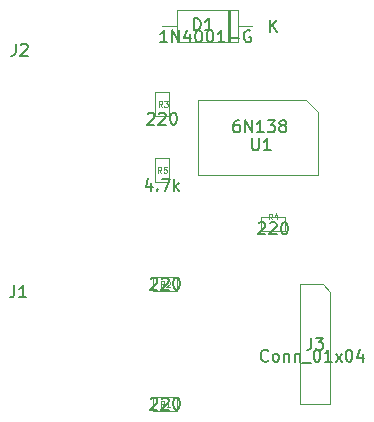
<source format=gbr>
G04 #@! TF.GenerationSoftware,KiCad,Pcbnew,5.1.5-52549c5~84~ubuntu18.04.1*
G04 #@! TF.CreationDate,2020-03-04T13:00:18-05:00*
G04 #@! TF.ProjectId,midi_io,6d696469-5f69-46f2-9e6b-696361645f70,1*
G04 #@! TF.SameCoordinates,Original*
G04 #@! TF.FileFunction,Other,Fab,Top*
%FSLAX46Y46*%
G04 Gerber Fmt 4.6, Leading zero omitted, Abs format (unit mm)*
G04 Created by KiCad (PCBNEW 5.1.5-52549c5~84~ubuntu18.04.1) date 2020-03-04 13:00:18*
%MOMM*%
%LPD*%
G04 APERTURE LIST*
%ADD10C,0.100000*%
%ADD11C,0.152400*%
%ADD12C,0.150000*%
%ADD13C,0.080000*%
G04 APERTURE END LIST*
D10*
X163068000Y-115443000D02*
X163068000Y-105283000D01*
X165608000Y-115443000D02*
X163068000Y-115443000D01*
X165608000Y-105918000D02*
X165608000Y-115443000D01*
X164973000Y-105283000D02*
X165608000Y-105918000D01*
X163068000Y-105283000D02*
X164973000Y-105283000D01*
X150784000Y-96631000D02*
X150784000Y-94631000D01*
X151984000Y-96631000D02*
X150784000Y-96631000D01*
X151984000Y-94631000D02*
X151984000Y-96631000D01*
X150784000Y-94631000D02*
X151984000Y-94631000D01*
X150784000Y-91043000D02*
X150784000Y-89043000D01*
X151984000Y-91043000D02*
X150784000Y-91043000D01*
X151984000Y-89043000D02*
X151984000Y-91043000D01*
X150784000Y-89043000D02*
X151984000Y-89043000D01*
X159782000Y-99603000D02*
X161782000Y-99603000D01*
X159782000Y-100803000D02*
X159782000Y-99603000D01*
X161782000Y-100803000D02*
X159782000Y-100803000D01*
X161782000Y-99603000D02*
X161782000Y-100803000D01*
X150638000Y-104683000D02*
X152638000Y-104683000D01*
X150638000Y-105883000D02*
X150638000Y-104683000D01*
X152638000Y-105883000D02*
X150638000Y-105883000D01*
X152638000Y-104683000D02*
X152638000Y-105883000D01*
X150638000Y-114843000D02*
X152638000Y-114843000D01*
X150638000Y-116043000D02*
X150638000Y-114843000D01*
X152638000Y-116043000D02*
X150638000Y-116043000D01*
X152638000Y-114843000D02*
X152638000Y-116043000D01*
X157114000Y-84789000D02*
X157114000Y-82089000D01*
X156914000Y-84789000D02*
X156914000Y-82089000D01*
X157014000Y-84789000D02*
X157014000Y-82089000D01*
X151384000Y-83439000D02*
X152594000Y-83439000D01*
X159004000Y-83439000D02*
X157794000Y-83439000D01*
X152594000Y-84789000D02*
X157794000Y-84789000D01*
X152594000Y-82089000D02*
X152594000Y-84789000D01*
X157794000Y-82089000D02*
X152594000Y-82089000D01*
X157794000Y-84789000D02*
X157794000Y-82089000D01*
X163592000Y-89662000D02*
X164592000Y-90662000D01*
X154432000Y-89662000D02*
X163592000Y-89662000D01*
X154432000Y-96012000D02*
X154432000Y-89662000D01*
X164592000Y-96012000D02*
X154432000Y-96012000D01*
X164592000Y-90662000D02*
X164592000Y-96012000D01*
D11*
X138858433Y-105369997D02*
X138858433Y-106084783D01*
X138810780Y-106227740D01*
X138715476Y-106323045D01*
X138572519Y-106370697D01*
X138477214Y-106370697D01*
X139859133Y-106370697D02*
X139287304Y-106370697D01*
X139573219Y-106370697D02*
X139573219Y-105369997D01*
X139477914Y-105512954D01*
X139382609Y-105608259D01*
X139287304Y-105655911D01*
X138985433Y-84922997D02*
X138985433Y-85637783D01*
X138937780Y-85780740D01*
X138842476Y-85876045D01*
X138699519Y-85923697D01*
X138604214Y-85923697D01*
X139414304Y-85018302D02*
X139461957Y-84970650D01*
X139557261Y-84922997D01*
X139795523Y-84922997D01*
X139890828Y-84970650D01*
X139938480Y-85018302D01*
X139986133Y-85113607D01*
X139986133Y-85208911D01*
X139938480Y-85351869D01*
X139366652Y-85923697D01*
X139986133Y-85923697D01*
D12*
X160345904Y-111736142D02*
X160298285Y-111783761D01*
X160155428Y-111831380D01*
X160060190Y-111831380D01*
X159917333Y-111783761D01*
X159822095Y-111688523D01*
X159774476Y-111593285D01*
X159726857Y-111402809D01*
X159726857Y-111259952D01*
X159774476Y-111069476D01*
X159822095Y-110974238D01*
X159917333Y-110879000D01*
X160060190Y-110831380D01*
X160155428Y-110831380D01*
X160298285Y-110879000D01*
X160345904Y-110926619D01*
X160917333Y-111831380D02*
X160822095Y-111783761D01*
X160774476Y-111736142D01*
X160726857Y-111640904D01*
X160726857Y-111355190D01*
X160774476Y-111259952D01*
X160822095Y-111212333D01*
X160917333Y-111164714D01*
X161060190Y-111164714D01*
X161155428Y-111212333D01*
X161203047Y-111259952D01*
X161250666Y-111355190D01*
X161250666Y-111640904D01*
X161203047Y-111736142D01*
X161155428Y-111783761D01*
X161060190Y-111831380D01*
X160917333Y-111831380D01*
X161679238Y-111164714D02*
X161679238Y-111831380D01*
X161679238Y-111259952D02*
X161726857Y-111212333D01*
X161822095Y-111164714D01*
X161964952Y-111164714D01*
X162060190Y-111212333D01*
X162107809Y-111307571D01*
X162107809Y-111831380D01*
X162584000Y-111164714D02*
X162584000Y-111831380D01*
X162584000Y-111259952D02*
X162631619Y-111212333D01*
X162726857Y-111164714D01*
X162869714Y-111164714D01*
X162964952Y-111212333D01*
X163012571Y-111307571D01*
X163012571Y-111831380D01*
X163250666Y-111926619D02*
X164012571Y-111926619D01*
X164441142Y-110831380D02*
X164536380Y-110831380D01*
X164631619Y-110879000D01*
X164679238Y-110926619D01*
X164726857Y-111021857D01*
X164774476Y-111212333D01*
X164774476Y-111450428D01*
X164726857Y-111640904D01*
X164679238Y-111736142D01*
X164631619Y-111783761D01*
X164536380Y-111831380D01*
X164441142Y-111831380D01*
X164345904Y-111783761D01*
X164298285Y-111736142D01*
X164250666Y-111640904D01*
X164203047Y-111450428D01*
X164203047Y-111212333D01*
X164250666Y-111021857D01*
X164298285Y-110926619D01*
X164345904Y-110879000D01*
X164441142Y-110831380D01*
X165726857Y-111831380D02*
X165155428Y-111831380D01*
X165441142Y-111831380D02*
X165441142Y-110831380D01*
X165345904Y-110974238D01*
X165250666Y-111069476D01*
X165155428Y-111117095D01*
X166060190Y-111831380D02*
X166584000Y-111164714D01*
X166060190Y-111164714D02*
X166584000Y-111831380D01*
X167155428Y-110831380D02*
X167250666Y-110831380D01*
X167345904Y-110879000D01*
X167393523Y-110926619D01*
X167441142Y-111021857D01*
X167488761Y-111212333D01*
X167488761Y-111450428D01*
X167441142Y-111640904D01*
X167393523Y-111736142D01*
X167345904Y-111783761D01*
X167250666Y-111831380D01*
X167155428Y-111831380D01*
X167060190Y-111783761D01*
X167012571Y-111736142D01*
X166964952Y-111640904D01*
X166917333Y-111450428D01*
X166917333Y-111212333D01*
X166964952Y-111021857D01*
X167012571Y-110926619D01*
X167060190Y-110879000D01*
X167155428Y-110831380D01*
X168345904Y-111164714D02*
X168345904Y-111831380D01*
X168107809Y-110783761D02*
X167869714Y-111498047D01*
X168488761Y-111498047D01*
X164004666Y-109815380D02*
X164004666Y-110529666D01*
X163957047Y-110672523D01*
X163861809Y-110767761D01*
X163718952Y-110815380D01*
X163623714Y-110815380D01*
X164385619Y-109815380D02*
X165004666Y-109815380D01*
X164671333Y-110196333D01*
X164814190Y-110196333D01*
X164909428Y-110243952D01*
X164957047Y-110291571D01*
X165004666Y-110386809D01*
X165004666Y-110624904D01*
X164957047Y-110720142D01*
X164909428Y-110767761D01*
X164814190Y-110815380D01*
X164528476Y-110815380D01*
X164433238Y-110767761D01*
X164385619Y-110720142D01*
X150455428Y-96686714D02*
X150455428Y-97353380D01*
X150217333Y-96305761D02*
X149979238Y-97020047D01*
X150598285Y-97020047D01*
X150979238Y-97258142D02*
X151026857Y-97305761D01*
X150979238Y-97353380D01*
X150931619Y-97305761D01*
X150979238Y-97258142D01*
X150979238Y-97353380D01*
X151360190Y-96353380D02*
X152026857Y-96353380D01*
X151598285Y-97353380D01*
X152407809Y-97353380D02*
X152407809Y-96353380D01*
X152503047Y-96972428D02*
X152788761Y-97353380D01*
X152788761Y-96686714D02*
X152407809Y-97067666D01*
D13*
X151300666Y-95857190D02*
X151134000Y-95619095D01*
X151014952Y-95857190D02*
X151014952Y-95357190D01*
X151205428Y-95357190D01*
X151253047Y-95381000D01*
X151276857Y-95404809D01*
X151300666Y-95452428D01*
X151300666Y-95523857D01*
X151276857Y-95571476D01*
X151253047Y-95595285D01*
X151205428Y-95619095D01*
X151014952Y-95619095D01*
X151753047Y-95357190D02*
X151514952Y-95357190D01*
X151491142Y-95595285D01*
X151514952Y-95571476D01*
X151562571Y-95547666D01*
X151681619Y-95547666D01*
X151729238Y-95571476D01*
X151753047Y-95595285D01*
X151776857Y-95642904D01*
X151776857Y-95761952D01*
X151753047Y-95809571D01*
X151729238Y-95833380D01*
X151681619Y-95857190D01*
X151562571Y-95857190D01*
X151514952Y-95833380D01*
X151491142Y-95809571D01*
D12*
X150145904Y-90860619D02*
X150193523Y-90813000D01*
X150288761Y-90765380D01*
X150526857Y-90765380D01*
X150622095Y-90813000D01*
X150669714Y-90860619D01*
X150717333Y-90955857D01*
X150717333Y-91051095D01*
X150669714Y-91193952D01*
X150098285Y-91765380D01*
X150717333Y-91765380D01*
X151098285Y-90860619D02*
X151145904Y-90813000D01*
X151241142Y-90765380D01*
X151479238Y-90765380D01*
X151574476Y-90813000D01*
X151622095Y-90860619D01*
X151669714Y-90955857D01*
X151669714Y-91051095D01*
X151622095Y-91193952D01*
X151050666Y-91765380D01*
X151669714Y-91765380D01*
X152288761Y-90765380D02*
X152384000Y-90765380D01*
X152479238Y-90813000D01*
X152526857Y-90860619D01*
X152574476Y-90955857D01*
X152622095Y-91146333D01*
X152622095Y-91384428D01*
X152574476Y-91574904D01*
X152526857Y-91670142D01*
X152479238Y-91717761D01*
X152384000Y-91765380D01*
X152288761Y-91765380D01*
X152193523Y-91717761D01*
X152145904Y-91670142D01*
X152098285Y-91574904D01*
X152050666Y-91384428D01*
X152050666Y-91146333D01*
X152098285Y-90955857D01*
X152145904Y-90860619D01*
X152193523Y-90813000D01*
X152288761Y-90765380D01*
D13*
X151376866Y-90269190D02*
X151210200Y-90031095D01*
X151091152Y-90269190D02*
X151091152Y-89769190D01*
X151281628Y-89769190D01*
X151329247Y-89793000D01*
X151353057Y-89816809D01*
X151376866Y-89864428D01*
X151376866Y-89935857D01*
X151353057Y-89983476D01*
X151329247Y-90007285D01*
X151281628Y-90031095D01*
X151091152Y-90031095D01*
X151543533Y-89769190D02*
X151853057Y-89769190D01*
X151686390Y-89959666D01*
X151757819Y-89959666D01*
X151805438Y-89983476D01*
X151829247Y-90007285D01*
X151853057Y-90054904D01*
X151853057Y-90173952D01*
X151829247Y-90221571D01*
X151805438Y-90245380D01*
X151757819Y-90269190D01*
X151614961Y-90269190D01*
X151567342Y-90245380D01*
X151543533Y-90221571D01*
D12*
X159543904Y-100131619D02*
X159591523Y-100084000D01*
X159686761Y-100036380D01*
X159924857Y-100036380D01*
X160020095Y-100084000D01*
X160067714Y-100131619D01*
X160115333Y-100226857D01*
X160115333Y-100322095D01*
X160067714Y-100464952D01*
X159496285Y-101036380D01*
X160115333Y-101036380D01*
X160496285Y-100131619D02*
X160543904Y-100084000D01*
X160639142Y-100036380D01*
X160877238Y-100036380D01*
X160972476Y-100084000D01*
X161020095Y-100131619D01*
X161067714Y-100226857D01*
X161067714Y-100322095D01*
X161020095Y-100464952D01*
X160448666Y-101036380D01*
X161067714Y-101036380D01*
X161686761Y-100036380D02*
X161782000Y-100036380D01*
X161877238Y-100084000D01*
X161924857Y-100131619D01*
X161972476Y-100226857D01*
X162020095Y-100417333D01*
X162020095Y-100655428D01*
X161972476Y-100845904D01*
X161924857Y-100941142D01*
X161877238Y-100988761D01*
X161782000Y-101036380D01*
X161686761Y-101036380D01*
X161591523Y-100988761D01*
X161543904Y-100941142D01*
X161496285Y-100845904D01*
X161448666Y-100655428D01*
X161448666Y-100417333D01*
X161496285Y-100226857D01*
X161543904Y-100131619D01*
X161591523Y-100084000D01*
X161686761Y-100036380D01*
D13*
X160698666Y-99794190D02*
X160532000Y-99556095D01*
X160412952Y-99794190D02*
X160412952Y-99294190D01*
X160603428Y-99294190D01*
X160651047Y-99318000D01*
X160674857Y-99341809D01*
X160698666Y-99389428D01*
X160698666Y-99460857D01*
X160674857Y-99508476D01*
X160651047Y-99532285D01*
X160603428Y-99556095D01*
X160412952Y-99556095D01*
X161127238Y-99460857D02*
X161127238Y-99794190D01*
X161008190Y-99270380D02*
X160889142Y-99627523D01*
X161198666Y-99627523D01*
D12*
X150399904Y-104830619D02*
X150447523Y-104783000D01*
X150542761Y-104735380D01*
X150780857Y-104735380D01*
X150876095Y-104783000D01*
X150923714Y-104830619D01*
X150971333Y-104925857D01*
X150971333Y-105021095D01*
X150923714Y-105163952D01*
X150352285Y-105735380D01*
X150971333Y-105735380D01*
X151352285Y-104830619D02*
X151399904Y-104783000D01*
X151495142Y-104735380D01*
X151733238Y-104735380D01*
X151828476Y-104783000D01*
X151876095Y-104830619D01*
X151923714Y-104925857D01*
X151923714Y-105021095D01*
X151876095Y-105163952D01*
X151304666Y-105735380D01*
X151923714Y-105735380D01*
X152542761Y-104735380D02*
X152638000Y-104735380D01*
X152733238Y-104783000D01*
X152780857Y-104830619D01*
X152828476Y-104925857D01*
X152876095Y-105116333D01*
X152876095Y-105354428D01*
X152828476Y-105544904D01*
X152780857Y-105640142D01*
X152733238Y-105687761D01*
X152638000Y-105735380D01*
X152542761Y-105735380D01*
X152447523Y-105687761D01*
X152399904Y-105640142D01*
X152352285Y-105544904D01*
X152304666Y-105354428D01*
X152304666Y-105116333D01*
X152352285Y-104925857D01*
X152399904Y-104830619D01*
X152447523Y-104783000D01*
X152542761Y-104735380D01*
D13*
X151554666Y-105509190D02*
X151388000Y-105271095D01*
X151268952Y-105509190D02*
X151268952Y-105009190D01*
X151459428Y-105009190D01*
X151507047Y-105033000D01*
X151530857Y-105056809D01*
X151554666Y-105104428D01*
X151554666Y-105175857D01*
X151530857Y-105223476D01*
X151507047Y-105247285D01*
X151459428Y-105271095D01*
X151268952Y-105271095D01*
X151745142Y-105056809D02*
X151768952Y-105033000D01*
X151816571Y-105009190D01*
X151935619Y-105009190D01*
X151983238Y-105033000D01*
X152007047Y-105056809D01*
X152030857Y-105104428D01*
X152030857Y-105152047D01*
X152007047Y-105223476D01*
X151721333Y-105509190D01*
X152030857Y-105509190D01*
D12*
X150399904Y-114990619D02*
X150447523Y-114943000D01*
X150542761Y-114895380D01*
X150780857Y-114895380D01*
X150876095Y-114943000D01*
X150923714Y-114990619D01*
X150971333Y-115085857D01*
X150971333Y-115181095D01*
X150923714Y-115323952D01*
X150352285Y-115895380D01*
X150971333Y-115895380D01*
X151352285Y-114990619D02*
X151399904Y-114943000D01*
X151495142Y-114895380D01*
X151733238Y-114895380D01*
X151828476Y-114943000D01*
X151876095Y-114990619D01*
X151923714Y-115085857D01*
X151923714Y-115181095D01*
X151876095Y-115323952D01*
X151304666Y-115895380D01*
X151923714Y-115895380D01*
X152542761Y-114895380D02*
X152638000Y-114895380D01*
X152733238Y-114943000D01*
X152780857Y-114990619D01*
X152828476Y-115085857D01*
X152876095Y-115276333D01*
X152876095Y-115514428D01*
X152828476Y-115704904D01*
X152780857Y-115800142D01*
X152733238Y-115847761D01*
X152638000Y-115895380D01*
X152542761Y-115895380D01*
X152447523Y-115847761D01*
X152399904Y-115800142D01*
X152352285Y-115704904D01*
X152304666Y-115514428D01*
X152304666Y-115276333D01*
X152352285Y-115085857D01*
X152399904Y-114990619D01*
X152447523Y-114943000D01*
X152542761Y-114895380D01*
D13*
X151554666Y-115669190D02*
X151388000Y-115431095D01*
X151268952Y-115669190D02*
X151268952Y-115169190D01*
X151459428Y-115169190D01*
X151507047Y-115193000D01*
X151530857Y-115216809D01*
X151554666Y-115264428D01*
X151554666Y-115335857D01*
X151530857Y-115383476D01*
X151507047Y-115407285D01*
X151459428Y-115431095D01*
X151268952Y-115431095D01*
X152030857Y-115669190D02*
X151745142Y-115669190D01*
X151888000Y-115669190D02*
X151888000Y-115169190D01*
X151840380Y-115240619D01*
X151792761Y-115288238D01*
X151745142Y-115312047D01*
D12*
X151805095Y-84780380D02*
X151233666Y-84780380D01*
X151519380Y-84780380D02*
X151519380Y-83780380D01*
X151424142Y-83923238D01*
X151328904Y-84018476D01*
X151233666Y-84066095D01*
X152233666Y-84780380D02*
X152233666Y-83780380D01*
X152805095Y-84780380D01*
X152805095Y-83780380D01*
X153709857Y-84113714D02*
X153709857Y-84780380D01*
X153471761Y-83732761D02*
X153233666Y-84447047D01*
X153852714Y-84447047D01*
X154424142Y-83780380D02*
X154519380Y-83780380D01*
X154614619Y-83828000D01*
X154662238Y-83875619D01*
X154709857Y-83970857D01*
X154757476Y-84161333D01*
X154757476Y-84399428D01*
X154709857Y-84589904D01*
X154662238Y-84685142D01*
X154614619Y-84732761D01*
X154519380Y-84780380D01*
X154424142Y-84780380D01*
X154328904Y-84732761D01*
X154281285Y-84685142D01*
X154233666Y-84589904D01*
X154186047Y-84399428D01*
X154186047Y-84161333D01*
X154233666Y-83970857D01*
X154281285Y-83875619D01*
X154328904Y-83828000D01*
X154424142Y-83780380D01*
X155376523Y-83780380D02*
X155471761Y-83780380D01*
X155567000Y-83828000D01*
X155614619Y-83875619D01*
X155662238Y-83970857D01*
X155709857Y-84161333D01*
X155709857Y-84399428D01*
X155662238Y-84589904D01*
X155614619Y-84685142D01*
X155567000Y-84732761D01*
X155471761Y-84780380D01*
X155376523Y-84780380D01*
X155281285Y-84732761D01*
X155233666Y-84685142D01*
X155186047Y-84589904D01*
X155138428Y-84399428D01*
X155138428Y-84161333D01*
X155186047Y-83970857D01*
X155233666Y-83875619D01*
X155281285Y-83828000D01*
X155376523Y-83780380D01*
X156662238Y-84780380D02*
X156090809Y-84780380D01*
X156376523Y-84780380D02*
X156376523Y-83780380D01*
X156281285Y-83923238D01*
X156186047Y-84018476D01*
X156090809Y-84066095D01*
X157090809Y-84399428D02*
X157852714Y-84399428D01*
X158852714Y-83828000D02*
X158757476Y-83780380D01*
X158614619Y-83780380D01*
X158471761Y-83828000D01*
X158376523Y-83923238D01*
X158328904Y-84018476D01*
X158281285Y-84208952D01*
X158281285Y-84351809D01*
X158328904Y-84542285D01*
X158376523Y-84637523D01*
X158471761Y-84732761D01*
X158614619Y-84780380D01*
X158709857Y-84780380D01*
X158852714Y-84732761D01*
X158900333Y-84685142D01*
X158900333Y-84351809D01*
X158709857Y-84351809D01*
X160520095Y-83891380D02*
X160520095Y-82891380D01*
X161091523Y-83891380D02*
X160662952Y-83319952D01*
X161091523Y-82891380D02*
X160520095Y-83462809D01*
X154065904Y-83764380D02*
X154065904Y-82764380D01*
X154304000Y-82764380D01*
X154446857Y-82812000D01*
X154542095Y-82907238D01*
X154589714Y-83002476D01*
X154637333Y-83192952D01*
X154637333Y-83335809D01*
X154589714Y-83526285D01*
X154542095Y-83621523D01*
X154446857Y-83716761D01*
X154304000Y-83764380D01*
X154065904Y-83764380D01*
X155589714Y-83764380D02*
X155018285Y-83764380D01*
X155304000Y-83764380D02*
X155304000Y-82764380D01*
X155208761Y-82907238D01*
X155113523Y-83002476D01*
X155018285Y-83050095D01*
X157877095Y-91400380D02*
X157686619Y-91400380D01*
X157591380Y-91448000D01*
X157543761Y-91495619D01*
X157448523Y-91638476D01*
X157400904Y-91828952D01*
X157400904Y-92209904D01*
X157448523Y-92305142D01*
X157496142Y-92352761D01*
X157591380Y-92400380D01*
X157781857Y-92400380D01*
X157877095Y-92352761D01*
X157924714Y-92305142D01*
X157972333Y-92209904D01*
X157972333Y-91971809D01*
X157924714Y-91876571D01*
X157877095Y-91828952D01*
X157781857Y-91781333D01*
X157591380Y-91781333D01*
X157496142Y-91828952D01*
X157448523Y-91876571D01*
X157400904Y-91971809D01*
X158400904Y-92400380D02*
X158400904Y-91400380D01*
X158972333Y-92400380D01*
X158972333Y-91400380D01*
X159972333Y-92400380D02*
X159400904Y-92400380D01*
X159686619Y-92400380D02*
X159686619Y-91400380D01*
X159591380Y-91543238D01*
X159496142Y-91638476D01*
X159400904Y-91686095D01*
X160305666Y-91400380D02*
X160924714Y-91400380D01*
X160591380Y-91781333D01*
X160734238Y-91781333D01*
X160829476Y-91828952D01*
X160877095Y-91876571D01*
X160924714Y-91971809D01*
X160924714Y-92209904D01*
X160877095Y-92305142D01*
X160829476Y-92352761D01*
X160734238Y-92400380D01*
X160448523Y-92400380D01*
X160353285Y-92352761D01*
X160305666Y-92305142D01*
X161496142Y-91828952D02*
X161400904Y-91781333D01*
X161353285Y-91733714D01*
X161305666Y-91638476D01*
X161305666Y-91590857D01*
X161353285Y-91495619D01*
X161400904Y-91448000D01*
X161496142Y-91400380D01*
X161686619Y-91400380D01*
X161781857Y-91448000D01*
X161829476Y-91495619D01*
X161877095Y-91590857D01*
X161877095Y-91638476D01*
X161829476Y-91733714D01*
X161781857Y-91781333D01*
X161686619Y-91828952D01*
X161496142Y-91828952D01*
X161400904Y-91876571D01*
X161353285Y-91924190D01*
X161305666Y-92019428D01*
X161305666Y-92209904D01*
X161353285Y-92305142D01*
X161400904Y-92352761D01*
X161496142Y-92400380D01*
X161686619Y-92400380D01*
X161781857Y-92352761D01*
X161829476Y-92305142D01*
X161877095Y-92209904D01*
X161877095Y-92019428D01*
X161829476Y-91924190D01*
X161781857Y-91876571D01*
X161686619Y-91828952D01*
X159004095Y-92924380D02*
X159004095Y-93733904D01*
X159051714Y-93829142D01*
X159099333Y-93876761D01*
X159194571Y-93924380D01*
X159385047Y-93924380D01*
X159480285Y-93876761D01*
X159527904Y-93829142D01*
X159575523Y-93733904D01*
X159575523Y-92924380D01*
X160575523Y-93924380D02*
X160004095Y-93924380D01*
X160289809Y-93924380D02*
X160289809Y-92924380D01*
X160194571Y-93067238D01*
X160099333Y-93162476D01*
X160004095Y-93210095D01*
M02*

</source>
